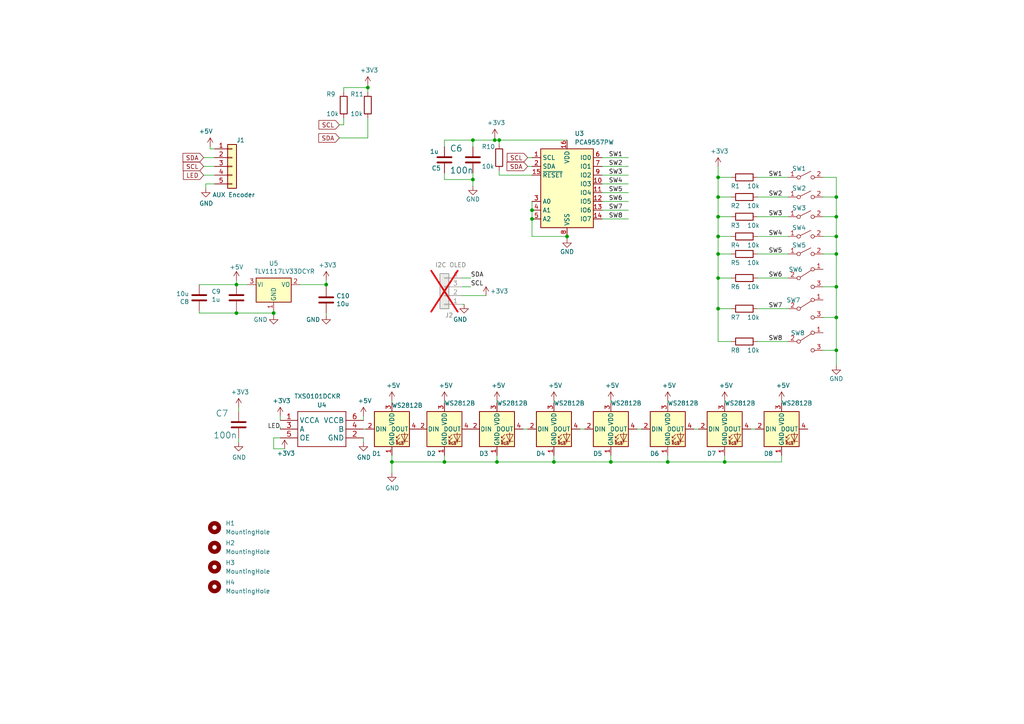
<source format=kicad_sch>
(kicad_sch (version 20230121) (generator eeschema)
  (paper "A4")
  (title_block (title "Motor User Interface PCB") (date "2024-04-20") (rev "1") (company "Twisted Fields LLC"))
  (lib_symbols
    (symbol "Connector_Generic:Conn_01x04" (pin_names (offset 1.016) hide)
      (property "Reference" "J" (at 0 5.08 0))
      (property "Value" "Conn_01x04" (at 0 -7.62 0))
      (symbol "Conn_01x04_1_1"
        (rectangle (start -1.27 -4.953) (end 0 -5.207) (stroke (width 0.1524)))
        (rectangle (start -1.27 -2.413) (end 0 -2.667) (stroke (width 0.1524)))
        (rectangle (start -1.27 0.127) (end 0 -0.127) (stroke (width 0.1524)))
        (rectangle (start -1.27 2.667) (end 0 2.413) (stroke (width 0.1524)))
        (rectangle (start -1.27 3.81) (end 1.27 -6.35) (stroke (width 0.254)) (fill (type background)))
        (pin passive line (at -5.08 2.54 0) (length 3.81) (name "Pin_1") (number "1"))
        (pin passive line (at -5.08 0 0) (length 3.81) (name "Pin_2") (number "2"))
        (pin passive line (at -5.08 -2.54 0) (length 3.81) (name "Pin_3") (number "3"))
        (pin passive line (at -5.08 -5.08 0) (length 3.81) (name "Pin_4") (number "4"))
      )
    )
    (symbol "Connector_Generic:Conn_01x05" (pin_names (offset 1.016) hide)
      (property "Reference" "J" (at 0 7.62 0))
      (property "Value" "Conn_01x05" (at 0 -7.62 0))
      (symbol "Conn_01x05_1_1"
        (rectangle (start -1.27 -4.953) (end 0 -5.207) (stroke (width 0.1524)))
        (rectangle (start -1.27 -2.413) (end 0 -2.667) (stroke (width 0.1524)))
        (rectangle (start -1.27 0.127) (end 0 -0.127) (stroke (width 0.1524)))
        (rectangle (start -1.27 2.667) (end 0 2.413) (stroke (width 0.1524)))
        (rectangle (start -1.27 5.207) (end 0 4.953) (stroke (width 0.1524)))
        (rectangle (start -1.27 6.35) (end 1.27 -6.35) (stroke (width 0.254)) (fill (type background)))
        (pin passive line (at -5.08 5.08 0) (length 3.81) (name "Pin_1") (number "1"))
        (pin passive line (at -5.08 2.54 0) (length 3.81) (name "Pin_2") (number "2"))
        (pin passive line (at -5.08 0 0) (length 3.81) (name "Pin_3") (number "3"))
        (pin passive line (at -5.08 -2.54 0) (length 3.81) (name "Pin_4") (number "4"))
        (pin passive line (at -5.08 -5.08 0) (length 3.81) (name "Pin_5") (number "5"))
      )
    )
    (symbol "Device:C" (pin_numbers hide) (pin_names (offset 0.254))
      (property "Reference" "C" (at 0.635 2.54 0))
      (property "Value" "C" (at 0.635 -2.54 0))
      (symbol "C_0_1"
        (polyline (pts (xy -2.032 -0.762) (xy 2.032 -0.762)) (stroke (width 0.508)))
        (polyline (pts (xy -2.032 0.762) (xy 2.032 0.762)) (stroke (width 0.508)))
      )
      (symbol "C_1_1"
        (pin passive line (at 0 3.81 270) (length 2.794) (name "~") (number "1"))
        (pin passive line (at 0 -3.81 90) (length 2.794) (name "~") (number "2"))
      )
    )
    (symbol "Device:R" (pin_numbers hide) (pin_names (offset 0))
      (property "Reference" "R" (at 2.032 0 90))
      (property "Value" "R" (at 0 0 90))
      (symbol "R_0_1"
        (rectangle (start -1.016 -2.54) (end 1.016 2.54) (stroke (width 0.254)))
      )
      (symbol "R_1_1"
        (pin passive line (at 0 3.81 270) (length 1.27) (name "~") (number "1"))
        (pin passive line (at 0 -3.81 90) (length 1.27) (name "~") (number "2"))
      )
    )
    (symbol "Interface_Expansion:PCA9557PW"
      (property "Reference" "U" (at -7.62 11.43 0))
      (property "Value" "PCA9557PW" (at 2.54 11.43 0))
      (symbol "PCA9557PW_0_1"
        (rectangle (start -7.62 -12.7) (end 7.62 10.16) (stroke (width 0.254)) (fill (type background)))
      )
      (symbol "PCA9557PW_1_1"
        (pin input line (at -10.16 7.62 0) (length 2.54) (name "SCL") (number "1"))
        (pin bidirectional line (at 10.16 0 180) (length 2.54) (name "IO3") (number "10"))
        (pin bidirectional line (at 10.16 -2.54 180) (length 2.54) (name "IO4") (number "11"))
        (pin bidirectional line (at 10.16 -5.08 180) (length 2.54) (name "IO5") (number "12"))
        (pin bidirectional line (at 10.16 -7.62 180) (length 2.54) (name "IO6") (number "13"))
        (pin bidirectional line (at 10.16 -10.16 180) (length 2.54) (name "IO7") (number "14"))
        (pin input line (at -10.16 2.54 0) (length 2.54) (name "~{RESET}") (number "15"))
        (pin power_in line (at 0 12.7 270) (length 2.54) (name "VDD") (number "16"))
        (pin bidirectional line (at -10.16 5.08 0) (length 2.54) (name "SDA") (number "2"))
        (pin input line (at -10.16 -5.08 0) (length 2.54) (name "A0") (number "3"))
        (pin input line (at -10.16 -7.62 0) (length 2.54) (name "A1") (number "4"))
        (pin input line (at -10.16 -10.16 0) (length 2.54) (name "A2") (number "5"))
        (pin bidirectional line (at 10.16 7.62 180) (length 2.54) (name "IO0") (number "6"))
        (pin bidirectional line (at 10.16 5.08 180) (length 2.54) (name "IO1") (number "7"))
        (pin power_in line (at 0 -15.24 90) (length 2.54) (name "VSS") (number "8"))
        (pin bidirectional line (at 10.16 2.54 180) (length 2.54) (name "IO2") (number "9"))
      )
    )
    (symbol "Mechanical:MountingHole" (pin_names (offset 1.016))
      (property "Reference" "H" (at 0 5.08 0))
      (property "Value" "MountingHole" (at 0 3.175 0))
      (symbol "MountingHole_0_1"
        (circle (center 0 0) (radius 1.27) (stroke (width 1.27)))
      )
    )
    (symbol "MotorBuck:WS2812B" (pin_names (offset 0.254))
      (property "Reference" "D" (at 5.08 5.715 0))
      (property "Value" "WS2812B" (at 1.27 -5.715 0))
      (symbol "WS2812B_0_0"
        (text "RGB" (at 2.286 -4.191 0) (effects (font (size 0.762 0.762))))
      )
      (symbol "WS2812B_0_1"
        (polyline (pts (xy 1.27 -3.556) (xy 1.778 -3.556)))
        (polyline (pts (xy 1.27 -2.54) (xy 1.778 -2.54)))
        (polyline (pts (xy 4.699 -3.556) (xy 2.667 -3.556)))
        (polyline (pts (xy 2.286 -2.54) (xy 1.27 -3.556) (xy 1.27 -3.048)))
        (polyline (pts (xy 2.286 -1.524) (xy 1.27 -2.54) (xy 1.27 -2.032)))
        (polyline (pts (xy 3.683 -1.016) (xy 3.683 -3.556) (xy 3.683 -4.064)))
        (polyline (pts (xy 4.699 -1.524) (xy 2.667 -1.524) (xy 3.683 -3.556) (xy 4.699 -1.524)))
        (rectangle (start 5.08 5.08) (end -5.08 -5.08) (stroke (width 0.254)) (fill (type background)))
      )
      (symbol "WS2812B_1_1"
        (pin power_in line (at 0 -7.62 90) (length 2.54) (name "GND") (number "1"))
        (pin input line (at -7.62 0 0) (length 2.54) (name "DIN") (number "2"))
        (pin power_in line (at 0 7.62 270) (length 2.54) (name "VDD") (number "3"))
        (pin output line (at 7.62 0 180) (length 2.54) (name "DOUT") (number "4"))
      )
    )
    (symbol "MotorBuck:level_shifter"
      (property "Reference" "U" (at -6.35 6.35 0))
      (symbol "level_shifter_1_1"
        (polyline (pts (xy -6.35 -5.08) (xy 7.62 -5.08)) (stroke (width 0.2032)))
        (polyline (pts (xy -6.35 5.08) (xy -6.35 -5.08)) (stroke (width 0.2032)))
        (polyline (pts (xy 7.62 -5.08) (xy 7.62 5.08)) (stroke (width 0.2032)))
        (polyline (pts (xy 7.62 5.08) (xy -6.35 5.08)) (stroke (width 0.2032)))
        (pin power_in line (at -11.43 2.54 0) (length 5.08) (name "VCCA") (number "1"))
        (pin power_in line (at 12.7 -2.54 180) (length 5.08) (name "GND") (number "2"))
        (pin bidirectional line (at -11.43 0 0) (length 5.08) (name "A") (number "3"))
        (pin bidirectional line (at 12.7 0 180) (length 5.08) (name "B") (number "4"))
        (pin input line (at -11.43 -2.54 0) (length 5.08) (name "OE") (number "5"))
        (pin power_in line (at 12.7 2.54 180) (length 5.08) (name "VCCB") (number "6"))
      )
    )
    (symbol "Regulator_Linear:NCP1117-3.3_SOT223" (pin_names (offset 0.254))
      (property "Reference" "U" (at -3.81 3.175 0))
      (property "Value" "NCP1117-3.3_SOT223" (at 0 3.175 0))
      (symbol "NCP1117-3.3_SOT223_0_1"
        (rectangle (start -5.08 -5.08) (end 5.08 1.905) (stroke (width 0.254)) (fill (type background)))
      )
      (symbol "NCP1117-3.3_SOT223_1_1"
        (pin power_in line (at 0 -7.62 90) (length 2.54) (name "GND") (number "1"))
        (pin power_out line (at 7.62 0 180) (length 2.54) (name "VO") (number "2"))
        (pin power_in line (at -7.62 0 0) (length 2.54) (name "VI") (number "3"))
      )
    )
    (symbol "Switch:SW_SPDT" (pin_names (offset 0) hide)
      (property "Reference" "SW" (at 0 4.318 0))
      (property "Value" "SW_SPDT" (at 0 -5.08 0))
      (symbol "SW_SPDT_0_0"
        (circle (center -2.032 0) (radius 0.508))
        (circle (center 2.032 -2.54) (radius 0.508))
      )
      (symbol "SW_SPDT_0_1"
        (polyline (pts (xy -1.524 0.254) (xy 1.651 2.286)))
        (circle (center 2.032 2.54) (radius 0.508))
      )
      (symbol "SW_SPDT_1_1"
        (pin passive line (at 5.08 2.54 180) (length 2.54) (name "A") (number "1"))
        (pin passive line (at -5.08 0 0) (length 2.54) (name "B") (number "2"))
        (pin passive line (at 5.08 -2.54 180) (length 2.54) (name "C") (number "3"))
      )
    )
    (symbol "Switch:SW_SPST" (pin_names (offset 0) hide)
      (property "Reference" "SW" (at 0 3.175 0))
      (property "Value" "SW_SPST" (at 0 -2.54 0))
      (symbol "SW_SPST_0_0"
        (circle (center -2.032 0) (radius 0.508))
        (polyline (pts (xy -1.524 0.254) (xy 1.524 1.778)))
        (circle (center 2.032 0) (radius 0.508))
      )
      (symbol "SW_SPST_1_1"
        (pin passive line (at -5.08 0 0) (length 2.54) (name "A") (number "1"))
        (pin passive line (at 5.08 0 180) (length 2.54) (name "B") (number "2"))
      )
    )
    (symbol "power:+3.3V" (power) (pin_names (offset 0))
      (property "Value" "+3.3V" (at 0 3.556 0))
      (symbol "+3.3V_0_1"
        (polyline (pts (xy -0.762 1.27) (xy 0 2.54)))
        (polyline (pts (xy 0 0) (xy 0 2.54)))
        (polyline (pts (xy 0 2.54) (xy 0.762 1.27)))
      )
      (symbol "+3.3V_1_1"
        (pin power_in line (at 0 0 90) (length 0) hide (name "+3V3") (number "1"))
      )
    )
    (symbol "power:+3V3" (power) (pin_names (offset 0))
      (property "Value" "+3V3" (at 0 3.556 0))
      (symbol "+3V3_0_1"
        (polyline (pts (xy -0.762 1.27) (xy 0 2.54)))
        (polyline (pts (xy 0 0) (xy 0 2.54)))
        (polyline (pts (xy 0 2.54) (xy 0.762 1.27)))
      )
      (symbol "+3V3_1_1"
        (pin power_in line (at 0 0 90) (length 0) hide (name "+3V3") (number "1"))
      )
    )
    (symbol "power:+5V" (power) (pin_names (offset 0))
      (property "Value" "+5V" (at 0 3.556 0))
      (symbol "+5V_0_1"
        (polyline (pts (xy -0.762 1.27) (xy 0 2.54)))
        (polyline (pts (xy 0 0) (xy 0 2.54)))
        (polyline (pts (xy 0 2.54) (xy 0.762 1.27)))
      )
      (symbol "+5V_1_1"
        (pin power_in line (at 0 0 90) (length 0) hide (name "+5V") (number "1"))
      )
    )
    (symbol "power:GND" (power) (pin_names (offset 0))
      (property "Value" "GND" (at 0 -3.81 0))
      (symbol "GND_0_1"
        (polyline (pts (xy 0 0) (xy 0 -1.27) (xy 1.27 -1.27) (xy 0 -2.54) (xy -1.27 -1.27) (xy 0 -1.27)))
      )
      (symbol "GND_1_1"
        (pin power_in line (at 0 0 270) (length 0) hide (name "GND") (number "1"))
      )
    )
  )
  (junction (at 164.465 68.58))
  (junction (at 113.665 133.985))
  (junction (at 94.615 82.55))
  (junction (at 242.57 83.185))
  (junction (at 68.58 90.805))
  (junction (at 193.675 133.985))
  (junction (at 144.78 40.64))
  (junction (at 144.145 133.985))
  (junction (at 242.57 92.075))
  (junction (at 177.165 133.985))
  (junction (at 210.185 133.985))
  (junction (at 208.28 80.645))
  (junction (at 208.28 51.435))
  (junction (at 79.375 90.805))
  (junction (at 128.905 133.985))
  (junction (at 106.68 25.4))
  (junction (at 143.51 40.64))
  (junction (at 154.305 60.96))
  (junction (at 208.28 73.66))
  (junction (at 68.58 82.55))
  (junction (at 242.57 73.66))
  (junction (at 154.305 63.5))
  (junction (at 242.57 101.6))
  (junction (at 137.16 52.07))
  (junction (at 160.655 133.985))
  (junction (at 208.28 57.15))
  (junction (at 242.57 68.58))
  (junction (at 137.16 40.64))
  (junction (at 242.57 57.15))
  (junction (at 208.28 62.865))
  (junction (at 208.28 89.535))
  (junction (at 242.57 62.865))
  (junction (at 208.28 68.58))
  (wire (pts (xy 68.58 82.55) (xy 68.58 81.28)))
  (wire (pts (xy 137.16 40.64) (xy 137.16 42.545)))
  (wire (pts (xy 99.695 25.4) (xy 99.695 26.67)))
  (wire (pts (xy 208.28 99.06) (xy 212.09 99.06)))
  (wire (pts (xy 208.28 62.865) (xy 208.28 68.58)))
  (wire (pts (xy 99.695 34.29) (xy 99.695 36.195)))
  (wire (pts (xy 219.71 62.865) (xy 228.6 62.865)))
  (wire (pts (xy 177.165 133.985) (xy 193.675 133.985)))
  (wire (pts (xy 98.425 36.195) (xy 99.695 36.195)))
  (wire (pts (xy 238.76 83.185) (xy 242.57 83.185)))
  (wire (pts (xy 154.305 68.58) (xy 164.465 68.58)))
  (wire (pts (xy 208.28 57.15) (xy 208.28 62.865)))
  (wire (pts (xy 57.785 82.55) (xy 68.58 82.55)))
  (wire (pts (xy 238.76 92.075) (xy 242.57 92.075)))
  (wire (pts (xy 201.295 124.46) (xy 202.565 124.46)))
  (wire (pts (xy 208.28 89.535) (xy 212.09 89.535)))
  (wire (pts (xy 177.165 132.08) (xy 177.165 133.985)))
  (wire (pts (xy 136.525 80.645) (xy 133.985 80.645)))
  (wire (pts (xy 238.76 57.15) (xy 242.57 57.15)))
  (wire (pts (xy 113.665 116.205) (xy 113.665 116.84)))
  (wire (pts (xy 208.28 51.435) (xy 208.28 57.15)))
  (wire (pts (xy 238.76 73.66) (xy 242.57 73.66)))
  (wire (pts (xy 174.625 45.72) (xy 182.245 45.72)))
  (wire (pts (xy 242.57 57.15) (xy 242.57 62.865)))
  (wire (pts (xy 242.57 68.58) (xy 242.57 73.66)))
  (wire (pts (xy 242.57 92.075) (xy 242.57 101.6)))
  (wire (pts (xy 219.71 57.15) (xy 228.6 57.15)))
  (wire (pts (xy 193.675 116.205) (xy 193.675 116.84)))
  (wire (pts (xy 219.71 51.435) (xy 228.6 51.435)))
  (wire (pts (xy 98.425 40.005) (xy 106.68 40.005)))
  (wire (pts (xy 174.625 50.8) (xy 182.245 50.8)))
  (wire (pts (xy 210.185 116.205) (xy 210.185 116.84)))
  (wire (pts (xy 174.625 63.5) (xy 182.245 63.5)))
  (wire (pts (xy 62.23 48.26) (xy 59.055 48.26)))
  (wire (pts (xy 144.145 133.985) (xy 160.655 133.985)))
  (wire (pts (xy 208.28 62.865) (xy 212.09 62.865)))
  (wire (pts (xy 219.71 68.58) (xy 228.6 68.58)))
  (wire (pts (xy 208.28 80.645) (xy 212.09 80.645)))
  (wire (pts (xy 128.905 133.985) (xy 144.145 133.985)))
  (wire (pts (xy 242.57 101.6) (xy 242.57 106.045)))
  (wire (pts (xy 242.57 62.865) (xy 242.57 68.58)))
  (wire (pts (xy 153.035 45.72) (xy 154.305 45.72)))
  (wire (pts (xy 68.58 90.805) (xy 79.375 90.805)))
  (wire (pts (xy 144.78 50.8) (xy 154.305 50.8)))
  (wire (pts (xy 154.305 58.42) (xy 154.305 60.96)))
  (wire (pts (xy 208.28 73.66) (xy 212.09 73.66)))
  (wire (pts (xy 113.665 133.985) (xy 128.905 133.985)))
  (wire (pts (xy 160.655 133.985) (xy 177.165 133.985)))
  (wire (pts (xy 219.71 99.06) (xy 228.6 99.06)))
  (wire (pts (xy 153.035 48.26) (xy 154.305 48.26)))
  (wire (pts (xy 160.655 116.205) (xy 160.655 116.84)))
  (wire (pts (xy 151.765 124.46) (xy 153.035 124.46)))
  (wire (pts (xy 128.905 50.165) (xy 128.905 52.07)))
  (wire (pts (xy 208.28 73.66) (xy 208.28 80.645)))
  (wire (pts (xy 144.78 40.64) (xy 144.78 41.91)))
  (wire (pts (xy 106.68 34.29) (xy 106.68 40.005)))
  (wire (pts (xy 81.28 121.92) (xy 81.28 120.65)))
  (wire (pts (xy 242.57 73.66) (xy 242.57 83.185)))
  (wire (pts (xy 79.375 90.805) (xy 79.375 91.44)))
  (wire (pts (xy 59.69 53.34) (xy 62.23 53.34)))
  (wire (pts (xy 99.695 25.4) (xy 106.68 25.4)))
  (wire (pts (xy 226.695 116.205) (xy 226.695 116.84)))
  (wire (pts (xy 143.51 40.005) (xy 143.51 40.64)))
  (wire (pts (xy 174.625 60.96) (xy 182.245 60.96)))
  (wire (pts (xy 184.785 124.46) (xy 186.055 124.46)))
  (wire (pts (xy 79.375 130.175) (xy 79.375 127)))
  (wire (pts (xy 105.41 127) (xy 105.41 128.27)))
  (wire (pts (xy 160.655 132.08) (xy 160.655 133.985)))
  (wire (pts (xy 242.57 51.435) (xy 242.57 57.15)))
  (wire (pts (xy 79.375 90.17) (xy 79.375 90.805)))
  (wire (pts (xy 137.16 52.07) (xy 137.16 53.975)))
  (wire (pts (xy 238.76 51.435) (xy 242.57 51.435)))
  (wire (pts (xy 242.57 83.185) (xy 242.57 92.075)))
  (wire (pts (xy 113.665 132.08) (xy 113.665 133.985)))
  (wire (pts (xy 154.305 63.5) (xy 154.305 68.58)))
  (wire (pts (xy 71.755 82.55) (xy 68.58 82.55)))
  (wire (pts (xy 86.995 82.55) (xy 94.615 82.55)))
  (wire (pts (xy 219.71 89.535) (xy 228.6 89.535)))
  (wire (pts (xy 94.615 90.805) (xy 94.615 91.44)))
  (wire (pts (xy 174.625 58.42) (xy 182.245 58.42)))
  (wire (pts (xy 94.615 83.185) (xy 94.615 82.55)))
  (wire (pts (xy 154.305 60.96) (xy 154.305 63.5)))
  (wire (pts (xy 208.28 80.645) (xy 208.28 89.535)))
  (wire (pts (xy 226.695 132.08) (xy 226.695 133.985)))
  (wire (pts (xy 174.625 53.34) (xy 182.245 53.34)))
  (wire (pts (xy 137.16 40.64) (xy 128.905 40.64)))
  (wire (pts (xy 105.41 124.46) (xy 106.045 124.46)))
  (wire (pts (xy 219.71 73.66) (xy 228.6 73.66)))
  (wire (pts (xy 177.165 116.205) (xy 177.165 116.84)))
  (wire (pts (xy 143.51 40.64) (xy 144.78 40.64)))
  (wire (pts (xy 113.665 133.985) (xy 113.665 137.16)))
  (wire (pts (xy 106.68 25.4) (xy 106.68 26.67)))
  (wire (pts (xy 193.675 132.08) (xy 193.675 133.985)))
  (wire (pts (xy 144.78 40.64) (xy 164.465 40.64)))
  (wire (pts (xy 68.58 90.17) (xy 68.58 90.805)))
  (wire (pts (xy 133.985 85.725) (xy 140.97 85.725)))
  (wire (pts (xy 105.41 121.92) (xy 105.41 120.65)))
  (wire (pts (xy 59.69 53.34) (xy 59.69 54.61)))
  (wire (pts (xy 208.28 51.435) (xy 212.09 51.435)))
  (wire (pts (xy 219.71 80.645) (xy 228.6 80.645)))
  (wire (pts (xy 174.625 55.88) (xy 182.245 55.88)))
  (wire (pts (xy 128.905 52.07) (xy 137.16 52.07)))
  (wire (pts (xy 81.28 123.825) (xy 81.28 124.46)))
  (wire (pts (xy 137.16 50.165) (xy 137.16 52.07)))
  (wire (pts (xy 57.785 90.805) (xy 68.58 90.805)))
  (wire (pts (xy 208.28 48.26) (xy 208.28 51.435)))
  (wire (pts (xy 217.805 124.46) (xy 219.075 124.46)))
  (wire (pts (xy 69.215 128.27) (xy 69.215 127)))
  (wire (pts (xy 238.76 68.58) (xy 242.57 68.58)))
  (wire (pts (xy 164.465 68.58) (xy 164.465 69.215)))
  (wire (pts (xy 208.28 68.58) (xy 208.28 73.66)))
  (wire (pts (xy 128.905 116.205) (xy 128.905 116.84)))
  (wire (pts (xy 238.76 101.6) (xy 242.57 101.6)))
  (wire (pts (xy 210.185 133.985) (xy 226.695 133.985)))
  (wire (pts (xy 62.23 43.18) (xy 60.96 43.18)))
  (wire (pts (xy 60.96 43.18) (xy 60.96 42.545)))
  (wire (pts (xy 193.675 133.985) (xy 210.185 133.985)))
  (wire (pts (xy 208.28 57.15) (xy 212.09 57.15)))
  (wire (pts (xy 57.785 90.17) (xy 57.785 90.805)))
  (wire (pts (xy 69.215 118.11) (xy 69.215 119.38)))
  (wire (pts (xy 79.375 127) (xy 81.28 127)))
  (wire (pts (xy 144.145 132.08) (xy 144.145 133.985)))
  (wire (pts (xy 128.905 40.64) (xy 128.905 42.545)))
  (wire (pts (xy 128.905 132.08) (xy 128.905 133.985)))
  (wire (pts (xy 208.28 89.535) (xy 208.28 99.06)))
  (wire (pts (xy 137.16 40.64) (xy 143.51 40.64)))
  (wire (pts (xy 106.68 24.765) (xy 106.68 25.4)))
  (wire (pts (xy 94.615 82.55) (xy 94.615 81.28)))
  (wire (pts (xy 134.62 88.265) (xy 133.985 88.265)))
  (wire (pts (xy 144.78 49.53) (xy 144.78 50.8)))
  (wire (pts (xy 208.28 68.58) (xy 212.09 68.58)))
  (wire (pts (xy 168.275 124.46) (xy 169.545 124.46)))
  (wire (pts (xy 62.23 45.72) (xy 59.055 45.72)))
  (wire (pts (xy 82.55 130.175) (xy 79.375 130.175)))
  (wire (pts (xy 144.145 116.205) (xy 144.145 116.84)))
  (wire (pts (xy 62.23 50.8) (xy 59.055 50.8)))
  (wire (pts (xy 136.525 83.185) (xy 133.985 83.185)))
  (wire (pts (xy 238.76 62.865) (xy 242.57 62.865)))
  (wire (pts (xy 174.625 48.26) (xy 182.245 48.26)))
  (wire (pts (xy 210.185 132.08) (xy 210.185 133.985)))
  (label "SW6" (at 176.53 58.42 0))
  (label "SW7" (at 176.53 60.96 0))
  (label "SW8" (at 222.885 99.06 0))
  (label "LED" (at 81.28 123.825 180))
  (label "SW3" (at 222.885 62.865 0))
  (label "SW2" (at 176.53 48.26 0))
  (label "SCL" (at 136.525 83.185 0))
  (label "SW1" (at 176.53 45.72 0))
  (label "SDA" (at 136.525 80.645 0))
  (label "SW7" (at 222.885 89.535 0))
  (label "SW5" (at 222.885 73.66 0))
  (label "SW4" (at 176.53 53.34 0))
  (label "SW6" (at 222.885 80.645 0))
  (label "SW5" (at 176.53 55.88 0))
  (label "SW8" (at 176.53 63.5 0))
  (label "SW1" (at 222.885 51.435 0))
  (label "SW2" (at 222.885 57.15 0))
  (label "SW3" (at 176.53 50.8 0))
  (label "SW4" (at 222.885 68.58 0))
  (global_label "LED" (shape input) (at 59.055 50.8 180) (property "Intersheetrefs" "${INTERSHEET_REFS}" (effects hide)))
  (global_label "SCL" (shape input) (at 153.035 45.72 180) (property "Intersheetrefs" "${INTERSHEET_REFS}" (effects hide)))
  (global_label "SDA" (shape input) (at 98.425 40.005 180) (property "Intersheetrefs" "${INTERSHEET_REFS}" (effects hide)))
  (global_label "SDA" (shape input) (at 59.055 45.72 180) (property "Intersheetrefs" "${INTERSHEET_REFS}" (effects hide)))
  (global_label "SDA" (shape input) (at 153.035 48.26 180) (property "Intersheetrefs" "${INTERSHEET_REFS}" (effects hide)))
  (global_label "SCL" (shape input) (at 98.425 36.195 180) (property "Intersheetrefs" "${INTERSHEET_REFS}" (effects hide)))
  (global_label "SCL" (shape input) (at 59.055 48.26 180) (property "Intersheetrefs" "${INTERSHEET_REFS}" (effects hide)))
  (symbol (lib_id "power:+5V") (at 105.41 120.65 0) (unit 1)
    (property "Reference" "#PWR016" (effects hide))
    (property "Value" "+5V" (at 105.791 116.2558 0))
  )
  (symbol (lib_id "Device:R") (at 215.9 62.865 90) (unit 1)
    (property "Reference" "R3" (at 214.63 65.405 90) (effects (justify left)))
    (property "Value" "10k" (at 220.345 65.405 90) (effects (justify left)))
    (property "Footprint" "Resistor_SMD:R_0603_1608Metric" (effects hide))
    (property "LCSC" "C25804" (effects hide))
  )
  (symbol (lib_id "Mechanical:MountingHole") (at 62.23 153.035 0) (unit 1) (in_bom no)
    (property "Reference" "H1" (at 65.405 151.7649 0) (effects (justify left)))
    (property "Value" "MountingHole" (at 65.405 154.3049 0) (effects (justify left)))
    (property "Footprint" "RP2040_minimal:MountingHole_3.9mm_Plastite_#6" (effects hide))
  )
  (symbol (lib_id "Device:R") (at 144.78 45.72 0) (unit 1)
    (property "Reference" "R10" (at 139.7 42.545 0) (effects (justify left)))
    (property "Value" "10k" (at 139.7 48.26 0) (effects (justify left)))
    (property "Footprint" "Resistor_SMD:R_0603_1608Metric" (effects hide))
    (property "LCSC" "C25804" (effects hide))
  )
  (symbol (lib_id "power:+5V") (at 128.905 116.205 0) (unit 1)
    (property "Reference" "#PWR019" (effects hide))
    (property "Value" "+5V" (at 129.286 111.8108 0))
  )
  (symbol (lib_id "Mechanical:MountingHole") (at 62.23 158.75 0) (unit 1) (in_bom no)
    (property "Reference" "H2" (at 65.405 157.4799 0) (effects (justify left)))
    (property "Value" "MountingHole" (at 65.405 160.0199 0) (effects (justify left)))
    (property "Footprint" "RP2040_minimal:MountingHole_3.9mm_Plastite_#6" (effects hide))
  )
  (symbol (lib_id "power:+5V") (at 177.165 116.205 0) (unit 1)
    (property "Reference" "#PWR026" (effects hide))
    (property "Value" "+5V" (at 177.546 111.8108 0))
  )
  (symbol (lib_id "power:GND") (at 137.16 53.975 0) (unit 1)
    (property "Reference" "#PWR09" (effects hide))
    (property "Value" "GND" (at 137.16 57.785 0))
  )
  (symbol (lib_id "power:GND") (at 134.62 88.265 0) (unit 1)
    (property "Reference" "#PWR06" (effects hide))
    (property "Value" "GND" (at 133.477 92.6592 0))
  )
  (symbol (lib_id "Switch:SW_SPST") (at 233.68 73.66 0) (unit 1)
    (property "Reference" "SW5" (at 231.775 71.12 0))
    (property "Value" "SW_SPST" (effects hide))
    (property "Footprint" "Button_Switch_SMD:SW_SPST_B3S-1000" (effects hide))
    (property "LCSC" "C271751" (effects hide))
  )
  (symbol (lib_id "Mechanical:MountingHole") (at 62.23 164.465 0) (unit 1) (in_bom no)
    (property "Reference" "H3" (at 65.405 163.1949 0) (effects (justify left)))
    (property "Value" "MountingHole" (at 65.405 165.7349 0) (effects (justify left)))
    (property "Footprint" "RP2040_minimal:MountingHole_3.9mm_Plastite_#6" (effects hide))
  )
  (symbol (lib_id "MotorBuck:WS2812B") (at 144.145 124.46 0) (unit 1)
    (property "Reference" "D3" (at 140.335 131.5593 0))
    (property "Value" "WS2812B" (at 148.59 116.9543 0))
    (property "Footprint" "RP2040_minimal:LED_WS2812_3528_3.5x2.8mm_P1.5mm" (effects hide))
    (property "Datasheet" "https://cdn-shop.adafruit.com/product-files/2686/SK6812MINI_REV.01-1-2.pdf" (effects hide))
    (property "LCSC" "C2890364" (effects hide))
  )
  (symbol (lib_id "MotorBuck:WS2812B") (at 177.165 124.46 0) (unit 1)
    (property "Reference" "D5" (at 173.355 131.5593 0))
    (property "Value" "WS2812B" (at 181.61 116.9543 0))
    (property "Footprint" "RP2040_minimal:LED_WS2812_3528_3.5x2.8mm_P1.5mm" (effects hide))
    (property "Datasheet" "https://cdn-shop.adafruit.com/product-files/2686/SK6812MINI_REV.01-1-2.pdf" (effects hide))
    (property "LCSC" "C2890364" (effects hide))
  )
  (symbol (lib_id "Switch:SW_SPST") (at 233.68 51.435 0) (unit 1)
    (property "Reference" "SW1" (at 231.775 48.895 0))
    (property "Value" "SW_SPST" (effects hide))
    (property "Footprint" "Button_Switch_SMD:SW_SPST_B3S-1000" (effects hide))
    (property "LCSC" "C271751" (effects hide))
  )
  (symbol (lib_id "power:+3.3V") (at 81.28 120.65 0) (unit 1)
    (property "Reference" "#PWR013" (effects hide))
    (property "Value" "+3.3V" (at 81.661 116.2558 0))
  )
  (symbol (lib_id "power:GND") (at 94.615 91.44 0) (unit 1)
    (property "Reference" "#PWR029" (effects hide))
    (property "Value" "GND" (at 90.805 92.71 0))
  )
  (symbol (lib_id "power:+5V") (at 60.96 42.545 0) (unit 1)
    (property "Reference" "#PWR021" (effects hide))
    (property "Value" "+5V" (at 59.69 38.1 0))
  )
  (symbol (lib_id "power:+3V3") (at 208.28 48.26 0) (unit 1)
    (property "Reference" "#PWR015" (effects hide))
    (property "Value" "+3V3" (at 208.661 43.8658 0))
  )
  (symbol (lib_id "Switch:SW_SPST") (at 233.68 68.58 0) (unit 1)
    (property "Reference" "SW4" (at 231.775 66.04 0))
    (property "Value" "SW_SPST" (effects hide))
    (property "Footprint" "Button_Switch_SMD:SW_SPST_B3S-1000" (effects hide))
    (property "LCSC" "C271751" (effects hide))
  )
  (symbol (lib_id "power:+3.3V") (at 140.97 85.725 0) (unit 1)
    (property "Reference" "#PWR07" (effects hide))
    (property "Value" "+3.3V" (at 144.78 84.455 0))
  )
  (symbol (lib_id "MotorBuck:WS2812B") (at 160.655 124.46 0) (unit 1)
    (property "Reference" "D4" (at 156.845 131.5593 0))
    (property "Value" "WS2812B" (at 165.1 116.9543 0))
    (property "Footprint" "RP2040_minimal:LED_WS2812_3528_3.5x2.8mm_P1.5mm" (effects hide))
    (property "Datasheet" "https://cdn-shop.adafruit.com/product-files/2686/SK6812MINI_REV.01-1-2.pdf" (effects hide))
    (property "LCSC" "C2890364" (effects hide))
  )
  (symbol (lib_id "MotorBuck:WS2812B") (at 193.675 124.46 0) (unit 1)
    (property "Reference" "D6" (at 189.865 131.5593 0))
    (property "Value" "WS2812B" (at 198.12 116.9543 0))
    (property "Footprint" "RP2040_minimal:LED_WS2812_3528_3.5x2.8mm_P1.5mm" (effects hide))
    (property "Datasheet" "https://cdn-shop.adafruit.com/product-files/2686/SK6812MINI_REV.01-1-2.pdf" (effects hide))
    (property "LCSC" "C2890364" (effects hide))
  )
  (symbol (lib_id "Device:C") (at 57.785 86.36 180) (unit 1)
    (property "Reference" "C8" (at 54.864 87.5284 0) (effects (justify left)))
    (property "Value" "10u" (at 54.864 85.217 0) (effects (justify left)))
    (property "Footprint" "Capacitor_SMD:C_0805_2012Metric" (effects hide))
    (property "LCSC" "C15850" (effects hide))
  )
  (symbol (lib_id "Mechanical:MountingHole") (at 62.23 170.18 0) (unit 1) (in_bom no)
    (property "Reference" "H4" (at 65.405 168.9099 0) (effects (justify left)))
    (property "Value" "MountingHole" (at 65.405 171.4499 0) (effects (justify left)))
    (property "Footprint" "RP2040_minimal:MountingHole_3.9mm_Plastite_#6" (effects hide))
  )
  (symbol (lib_id "MotorBuck:WS2812B") (at 210.185 124.46 0) (unit 1)
    (property "Reference" "D7" (at 206.375 131.5593 0))
    (property "Value" "WS2812B" (at 214.63 116.9543 0))
    (property "Footprint" "RP2040_minimal:LED_WS2812_3528_3.5x2.8mm_P1.5mm" (effects hide))
    (property "Datasheet" "https://cdn-shop.adafruit.com/product-files/2686/SK6812MINI_REV.01-1-2.pdf" (effects hide))
    (property "LCSC" "C2890364" (effects hide))
  )
  (symbol (lib_id "power:+3V3") (at 94.615 81.28 0) (unit 1)
    (property "Reference" "#PWR028" (effects hide))
    (property "Value" "+3V3" (at 94.996 76.8858 0))
  )
  (symbol (lib_id "Device:C") (at 68.58 86.36 0) (unit 1)
    (property "Reference" "C9" (at 61.341 84.5566 0) (effects (justify left)))
    (property "Value" "1u" (at 61.341 86.868 0) (effects (justify left)))
    (property "Footprint" "Capacitor_SMD:C_0603_1608Metric" (effects hide))
    (property "LCSC" "C15849" (effects hide))
  )
  (symbol (lib_id "power:+5V") (at 210.185 116.205 0) (unit 1)
    (property "Reference" "#PWR02" (effects hide))
    (property "Value" "+5V" (at 210.566 111.8108 0))
  )
  (symbol (lib_id "Device:R") (at 215.9 89.535 90) (unit 1)
    (property "Reference" "R7" (at 214.63 92.075 90) (effects (justify left)))
    (property "Value" "10k" (at 220.345 92.075 90) (effects (justify left)))
    (property "Footprint" "Resistor_SMD:R_0603_1608Metric" (effects hide))
    (property "LCSC" "C25804" (effects hide))
  )
  (symbol (lib_id "power:+5V") (at 160.655 116.205 0) (unit 1)
    (property "Reference" "#PWR024" (effects hide))
    (property "Value" "+5V" (at 161.036 111.8108 0))
  )
  (symbol (lib_id "power:GND") (at 164.465 69.215 0) (unit 1)
    (property "Reference" "#PWR010" (effects hide))
    (property "Value" "GND" (at 164.465 73.025 0))
  )
  (symbol (lib_id "power:GND") (at 69.215 128.27 0) (unit 1)
    (property "Reference" "#PWR012" (effects hide))
    (property "Value" "GND" (at 69.342 132.6642 0))
  )
  (symbol (lib_id "power:+3.3V") (at 82.55 130.175 0) (unit 1)
    (property "Reference" "#PWR014" (effects hide))
    (property "Value" "+3.3V" (at 82.931 131.4958 0))
  )
  (symbol (lib_id "Device:R") (at 215.9 51.435 90) (unit 1)
    (property "Reference" "R1" (at 214.63 53.975 90) (effects (justify left)))
    (property "Value" "10k" (at 220.345 53.975 90) (effects (justify left)))
    (property "Footprint" "Resistor_SMD:R_0603_1608Metric" (effects hide))
    (property "LCSC" "C25804" (effects hide))
  )
  (symbol (lib_id "power:GND") (at 59.69 54.61 0) (unit 1)
    (property "Reference" "#PWR020" (effects hide))
    (property "Value" "GND" (at 59.817 59.0042 0))
  )
  (symbol (lib_id "power:+3V3") (at 143.51 40.005 0) (unit 1)
    (property "Reference" "#PWR08" (effects hide))
    (property "Value" "+3V3" (at 143.891 35.6108 0))
  )
  (symbol (lib_id "power:GND") (at 113.665 137.16 0) (unit 1)
    (property "Reference" "#PWR05" (effects hide))
    (property "Value" "GND" (at 113.792 141.5542 0))
  )
  (symbol (lib_id "Device:R") (at 99.695 30.48 0) (unit 1)
    (property "Reference" "R9" (at 94.615 27.305 0) (effects (justify left)))
    (property "Value" "10k" (at 94.615 33.02 0) (effects (justify left)))
    (property "Footprint" "Resistor_SMD:R_0603_1608Metric" (effects hide))
    (property "LCSC" "C25804" (effects hide))
  )
  (symbol (lib_id "power:+5V") (at 68.58 81.28 0) (unit 1)
    (property "Reference" "#PWR025" (effects hide))
    (property "Value" "+5V" (at 68.58 77.47 0))
  )
  (symbol (lib_id "Device:R") (at 215.9 80.645 90) (unit 1)
    (property "Reference" "R6" (at 214.63 83.185 90) (effects (justify left)))
    (property "Value" "10k" (at 220.345 83.185 90) (effects (justify left)))
    (property "Footprint" "Resistor_SMD:R_0603_1608Metric" (effects hide))
    (property "LCSC" "C25804" (effects hide))
  )
  (symbol (lib_id "Connector_Generic:Conn_01x05") (at 67.31 48.26 0) (unit 1)
    (property "Reference" "J1" (at 68.58 40.6399 0) (effects (justify left)))
    (property "Value" "AUX Encoder" (at 61.595 56.5149 0) (effects (justify left)))
    (property "Footprint" "parts:CONN-TH_5P-P2.54_HCTL_HC-2510-5AW" (effects hide))
    (property "Datasheet" "https://datasheet.lcsc.com/lcsc/1810221710_BOOMELE-Boom-Precision-Elec-C45012_C45012.pdf" (effects hide))
    (property "LCSC" "C2982044" (effects hide))
  )
  (symbol (lib_id "MotorBuck:WS2812B") (at 113.665 124.46 0) (unit 1)
    (property "Reference" "D1" (at 109.22 131.5593 0))
    (property "Value" "WS2812B" (at 118.11 117.5893 0))
    (property "Footprint" "RP2040_minimal:LED_WS2812_3528_3.5x2.8mm_P1.5mm" (effects hide))
    (property "Datasheet" "https://cdn-shop.adafruit.com/product-files/2686/SK6812MINI_REV.01-1-2.pdf" (effects hide))
    (property "LCSC" "C2890364" (effects hide))
  )
  (symbol (lib_id "Switch:SW_SPDT") (at 233.68 80.645 0) (unit 1)
    (property "Reference" "SW6" (at 228.7016 78.1558 0) (effects (justify left)))
    (property "Value" "SW_SPDT" (effects hide))
    (property "Footprint" "parts:CS12ANW03" (effects hide))
    (property "Digikey" "parts:CS12ANW03" (effects hide))
    (property "LCSC" "C319012" (effects hide))
  )
  (symbol (lib_id "Device:R") (at 215.9 57.15 90) (unit 1)
    (property "Reference" "R2" (at 214.63 59.69 90) (effects (justify left)))
    (property "Value" "10k" (at 220.345 59.69 90) (effects (justify left)))
    (property "Footprint" "Resistor_SMD:R_0603_1608Metric" (effects hide))
    (property "LCSC" "C25804" (effects hide))
  )
  (symbol (lib_id "MotorBuck:WS2812B") (at 226.695 124.46 0) (unit 1)
    (property "Reference" "D8" (at 222.885 131.5593 0))
    (property "Value" "WS2812B" (at 231.14 116.9543 0))
    (property "Footprint" "RP2040_minimal:LED_WS2812_3528_3.5x2.8mm_P1.5mm" (effects hide))
    (property "Datasheet" "https://cdn-shop.adafruit.com/product-files/2686/SK6812MINI_REV.01-1-2.pdf" (effects hide))
    (property "LCSC" "C2890364" (effects hide))
  )
  (symbol (lib_id "power:+3V3") (at 106.68 24.765 0) (unit 1)
    (property "Reference" "#PWR04" (effects hide))
    (property "Value" "+3V3" (at 107.061 20.3708 0))
  )
  (symbol (lib_id "Device:R") (at 106.68 30.48 0) (unit 1)
    (property "Reference" "R11" (at 101.6 27.305 0) (effects (justify left)))
    (property "Value" "10k" (at 101.6 33.02 0) (effects (justify left)))
    (property "Footprint" "Resistor_SMD:R_0603_1608Metric" (effects hide))
    (property "LCSC" "C25804" (effects hide))
  )
  (symbol (lib_id "Device:R") (at 215.9 99.06 90) (unit 1)
    (property "Reference" "R8" (at 214.63 101.6 90) (effects (justify left)))
    (property "Value" "10k" (at 220.345 101.6 90) (effects (justify left)))
    (property "Footprint" "Resistor_SMD:R_0603_1608Metric" (effects hide))
    (property "LCSC" "C25804" (effects hide))
  )
  (symbol (lib_id "Device:C") (at 128.905 46.355 180) (unit 1)
    (property "Reference" "C5" (at 127.889 48.7934 0) (effects (justify left)))
    (property "Value" "1u" (at 127.254 43.942 0) (effects (justify left)))
    (property "Footprint" "Capacitor_SMD:C_0603_1608Metric" (effects hide))
    (property "LCSC" "C15849" (effects hide))
  )
  (symbol (lib_id "Device:C") (at 94.615 86.995 0) (unit 1)
    (property "Reference" "C10" (at 97.536 85.8266 0) (effects (justify left)))
    (property "Value" "10u" (at 97.536 88.138 0) (effects (justify left)))
    (property "Footprint" "Capacitor_SMD:C_0805_2012Metric" (effects hide))
    (property "LCSC" "C15850" (effects hide))
  )
  (symbol (lib_id "Switch:SW_SPDT") (at 233.68 89.535 0) (unit 1)
    (property "Reference" "SW7" (at 228.0666 87.0458 0) (effects (justify left)))
    (property "Value" "SW_SPDT" (effects hide))
    (property "Footprint" "parts:CS12ANW03" (effects hide))
    (property "Digikey" "parts:CS12ANW03" (effects hide))
    (property "LCSC" "C319012" (effects hide))
  )
  (symbol (lib_id "Switch:SW_SPST") (at 233.68 62.865 0) (unit 1)
    (property "Reference" "SW3" (at 231.775 60.325 0))
    (property "Value" "SW_SPST" (effects hide))
    (property "Footprint" "Button_Switch_SMD:SW_SPST_B3S-1000" (effects hide))
    (property "LCSC" "C271751" (effects hide))
  )
  (symbol (lib_id "MotorBuck:level_shifter") (at 92.71 124.46 0) (unit 1)
    (property "Reference" "U4" (at 93.345 117.475 0))
    (property "Value" "TXS0101DCKR" (at 92.075 114.935 0))
    (property "Footprint" "Package_TO_SOT_SMD:SOT-363_SC-70-6" (effects hide))
    (property "LCSC" "C132031" (effects hide))
  )
  (symbol (lib_id "Switch:SW_SPDT") (at 233.68 99.06 0) (unit 1)
    (property "Reference" "SW8" (at 229.3366 96.5708 0) (effects (justify left)))
    (property "Value" "SW_SPDT" (effects hide))
    (property "Footprint" "parts:CS12ANW03" (effects hide))
    (property "Digikey" "parts:CS12ANW03" (effects hide))
    (property "LCSC" "C319012" (effects hide))
  )
  (symbol (lib_id "Device:C") (at 69.215 123.19 0) (unit 1)
    (property "Reference" "C7" (at 62.484 120.904 0) (effects (font (size 1.778 1.778)) (justify left bottom)))
    (property "Value" "100n" (at 61.8236 127.254 0) (effects (font (size 1.778 1.778)) (justify left bottom)))
    (property "Footprint" "Capacitor_SMD:C_0603_1608Metric" (effects hide))
  )
  (symbol (lib_id "power:GND") (at 79.375 91.44 0) (unit 1)
    (property "Reference" "#PWR027" (effects hide))
    (property "Value" "GND" (at 75.565 92.71 0))
  )
  (symbol (lib_id "Switch:SW_SPST") (at 233.68 57.15 0) (unit 1)
    (property "Reference" "SW2" (at 231.775 54.61 0))
    (property "Value" "SW_SPST" (effects hide))
    (property "Footprint" "Button_Switch_SMD:SW_SPST_B3S-1000" (effects hide))
    (property "LCSC" "C271751" (effects hide))
  )
  (symbol (lib_id "power:+5V") (at 144.145 116.205 0) (unit 1)
    (property "Reference" "#PWR023" (effects hide))
    (property "Value" "+5V" (at 144.526 111.8108 0))
  )
  (symbol (lib_id "Device:R") (at 215.9 73.66 90) (unit 1)
    (property "Reference" "R5" (at 214.63 76.2 90) (effects (justify left)))
    (property "Value" "10k" (at 220.345 76.2 90) (effects (justify left)))
    (property "Footprint" "Resistor_SMD:R_0603_1608Metric" (effects hide))
    (property "LCSC" "C25804" (effects hide))
  )
  (symbol (lib_id "power:+3.3V") (at 69.215 118.11 0) (unit 1)
    (property "Reference" "#PWR011" (effects hide))
    (property "Value" "+3.3V" (at 69.596 113.7158 0))
  )
  (symbol (lib_id "power:+5V") (at 226.695 116.205 0) (unit 1)
    (property "Reference" "#PWR03" (effects hide))
    (property "Value" "+5V" (at 227.076 111.8108 0))
  )
  (symbol (lib_id "power:+5V") (at 113.665 116.205 0) (unit 1)
    (property "Reference" "#PWR018" (effects hide))
    (property "Value" "+5V" (at 114.046 111.8108 0))
  )
  (symbol (lib_id "power:GND") (at 242.57 106.045 0) (unit 1)
    (property "Reference" "#PWR022" (effects hide))
    (property "Value" "GND" (at 242.57 109.855 0))
  )
  (symbol (lib_id "Device:R") (at 215.9 68.58 90) (unit 1)
    (property "Reference" "R4" (at 214.63 71.12 90) (effects (justify left)))
    (property "Value" "10k" (at 220.345 71.12 90) (effects (justify left)))
    (property "Footprint" "Resistor_SMD:R_0603_1608Metric" (effects hide))
    (property "LCSC" "C25804" (effects hide))
  )
  (symbol (lib_id "Regulator_Linear:NCP1117-3.3_SOT223") (at 79.375 82.55 0) (unit 1)
    (property "Reference" "U5" (at 79.375 76.4032 0))
    (property "Value" "TLV1117LV33DCYR" (at 82.55 78.7146 0))
    (property "Footprint" "Package_TO_SOT_SMD:SOT-223-3_TabPin2" (effects hide))
    (property "LCSC" "C15578" (effects hide))
  )
  (symbol (lib_id "Device:C") (at 137.16 46.355 0) (unit 1)
    (property "Reference" "C6" (at 130.429 44.069 0) (effects (font (size 1.778 1.778)) (justify left bottom)))
    (property "Value" "100n" (at 130.4036 50.419 0) (effects (font (size 1.778 1.778)) (justify left bottom)))
    (property "Footprint" "Capacitor_SMD:C_0603_1608Metric" (effects hide))
  )
  (symbol (lib_id "power:+5V") (at 193.675 116.205 0) (unit 1)
    (property "Reference" "#PWR01" (effects hide))
    (property "Value" "+5V" (at 194.056 111.8108 0))
  )
  (symbol (lib_id "power:GND") (at 105.41 128.27 0) (unit 1)
    (property "Reference" "#PWR017" (effects hide))
    (property "Value" "GND" (at 105.537 132.6642 0))
  )
  (symbol (lib_id "MotorBuck:WS2812B") (at 128.905 124.46 0) (unit 1)
    (property "Reference" "D2" (at 125.095 131.5593 0))
    (property "Value" "WS2812B" (at 133.35 116.9543 0))
    (property "Footprint" "RP2040_minimal:LED_WS2812_3528_3.5x2.8mm_P1.5mm" (effects hide))
    (property "Datasheet" "https://cdn-shop.adafruit.com/product-files/2686/SK6812MINI_REV.01-1-2.pdf" (effects hide))
    (property "LCSC" "C2890364" (effects hide))
  )
  (symbol (lib_id "Connector_Generic:Conn_01x04") (at 128.905 85.725 180) (unit 1) (dnp yes)
    (property "Reference" "J2" (at 131.445 91.4401 0) (effects (justify left)))
    (property "Value" "I2C OLED" (at 135.255 76.8351 0) (effects (justify left)))
    (property "Footprint" "Connector_PinHeader_2.54mm:PinHeader_1x04_P2.54mm_Vertical" (effects hide))
    (property "Datasheet" "https://datasheet.lcsc.com/lcsc/1912111437_PINREX-744-81-04TW00_C402777.pdf" (effects hide))
  )
  (symbol (lib_id "Interface_Expansion:PCA9557PW") (at 164.465 53.34 0) (unit 1)
    (property "Reference" "U3" (at 166.6591 38.735 0) (effects (justify left)))
    (property "Value" "PCA9557PW" (at 166.6591 41.275 0) (effects (justify left)))
    (property "Footprint" "Package_SO:TSSOP-16_4.4x5mm_P0.65mm" (effects hide))
    (property "Datasheet" "https://www.nxp.com/docs/en/data-sheet/PCA9557.pdf" (effects hide))
    (property "LCSC" "C141380" (effects hide))
  )
)
</source>
